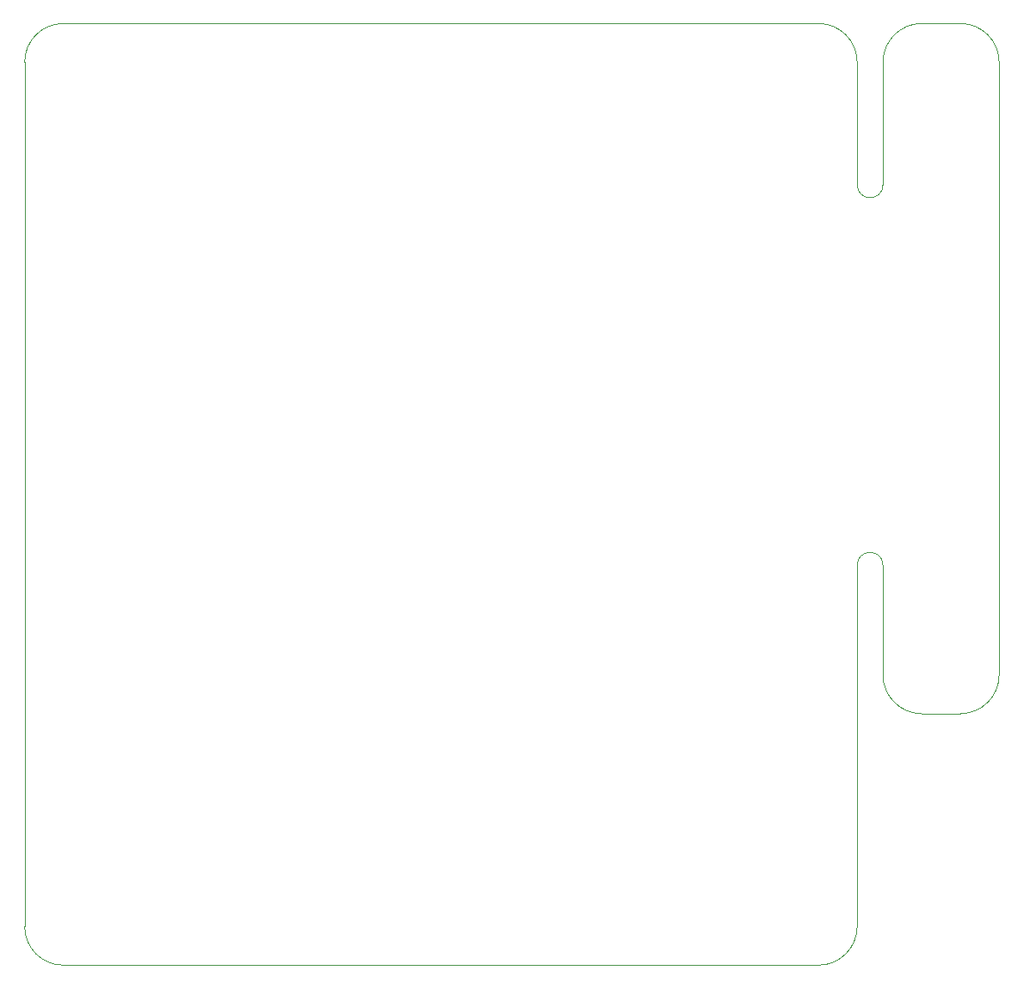
<source format=gbr>
G04 #@! TF.GenerationSoftware,KiCad,Pcbnew,7.0.7*
G04 #@! TF.CreationDate,2023-10-02T17:25:41+09:00*
G04 #@! TF.ProjectId,control_boad_2021-2,636f6e74-726f-46c5-9f62-6f61645f3230,rev?*
G04 #@! TF.SameCoordinates,Original*
G04 #@! TF.FileFunction,Profile,NP*
%FSLAX46Y46*%
G04 Gerber Fmt 4.6, Leading zero omitted, Abs format (unit mm)*
G04 Created by KiCad (PCBNEW 7.0.7) date 2023-10-02 17:25:41*
%MOMM*%
%LPD*%
G01*
G04 APERTURE LIST*
G04 #@! TA.AperFunction,Profile*
%ADD10C,0.050000*%
G04 #@! TD*
G04 APERTURE END LIST*
D10*
X143510000Y-146685000D02*
X69215000Y-146685000D01*
X147320000Y-57785000D02*
X147320000Y-69850000D01*
X153670000Y-121920000D02*
X157480000Y-121920000D01*
X153670000Y-53975000D02*
X157480000Y-53975000D01*
X149860000Y-118110000D02*
X149860000Y-107315000D01*
X147320000Y-107315000D02*
X147320000Y-142875000D01*
X149860000Y-107315000D02*
G75*
G03*
X147320000Y-107315000I-1270000J0D01*
G01*
X65405000Y-57785000D02*
X65405000Y-142875000D01*
X147320000Y-69850000D02*
G75*
G03*
X149860000Y-69850000I1270000J0D01*
G01*
X69215000Y-53975000D02*
G75*
G03*
X65405000Y-57785000I0J-3810000D01*
G01*
X69215000Y-53975000D02*
X143510000Y-53975000D01*
X149860000Y-57785000D02*
X149860000Y-69850000D01*
X149860000Y-118110000D02*
G75*
G03*
X153670000Y-121920000I3810000J0D01*
G01*
X161290000Y-57785000D02*
X161290000Y-118110000D01*
X153670000Y-53975000D02*
G75*
G03*
X149860000Y-57785000I0J-3810000D01*
G01*
X147320000Y-57785000D02*
G75*
G03*
X143510000Y-53975000I-3810000J0D01*
G01*
X143510000Y-146685000D02*
G75*
G03*
X147320000Y-142875000I0J3810000D01*
G01*
X157480000Y-121920000D02*
G75*
G03*
X161290000Y-118110000I0J3810000D01*
G01*
X161290000Y-57785000D02*
G75*
G03*
X157480000Y-53975000I-3810000J0D01*
G01*
X65405000Y-142875000D02*
G75*
G03*
X69215000Y-146685000I3810000J0D01*
G01*
M02*

</source>
